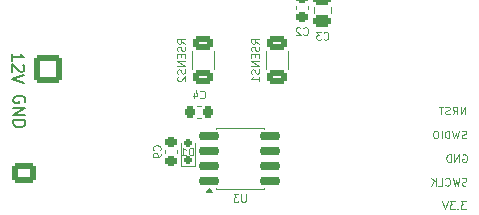
<source format=gbo>
%TF.GenerationSoftware,KiCad,Pcbnew,9.0.7*%
%TF.CreationDate,2026-01-27T18:23:45+01:00*%
%TF.ProjectId,NEMA17_FOC_Driver,4e454d41-3137-45f4-964f-435f44726976,rev?*%
%TF.SameCoordinates,Original*%
%TF.FileFunction,Legend,Bot*%
%TF.FilePolarity,Positive*%
%FSLAX46Y46*%
G04 Gerber Fmt 4.6, Leading zero omitted, Abs format (unit mm)*
G04 Created by KiCad (PCBNEW 9.0.7) date 2026-01-27 18:23:45*
%MOMM*%
%LPD*%
G01*
G04 APERTURE LIST*
G04 Aperture macros list*
%AMRoundRect*
0 Rectangle with rounded corners*
0 $1 Rounding radius*
0 $2 $3 $4 $5 $6 $7 $8 $9 X,Y pos of 4 corners*
0 Add a 4 corners polygon primitive as box body*
4,1,4,$2,$3,$4,$5,$6,$7,$8,$9,$2,$3,0*
0 Add four circle primitives for the rounded corners*
1,1,$1+$1,$2,$3*
1,1,$1+$1,$4,$5*
1,1,$1+$1,$6,$7*
1,1,$1+$1,$8,$9*
0 Add four rect primitives between the rounded corners*
20,1,$1+$1,$2,$3,$4,$5,0*
20,1,$1+$1,$4,$5,$6,$7,0*
20,1,$1+$1,$6,$7,$8,$9,0*
20,1,$1+$1,$8,$9,$2,$3,0*%
G04 Aperture macros list end*
%ADD10C,0.150000*%
%ADD11C,0.100000*%
%ADD12C,3.600000*%
%ADD13C,5.600000*%
%ADD14RoundRect,0.250000X-0.750000X0.600000X-0.750000X-0.600000X0.750000X-0.600000X0.750000X0.600000X0*%
%ADD15O,2.000000X1.700000*%
%ADD16RoundRect,0.250001X-0.949999X0.949999X-0.949999X-0.949999X0.949999X-0.949999X0.949999X0.949999X0*%
%ADD17C,2.400000*%
%ADD18RoundRect,0.150000X-0.725000X-0.150000X0.725000X-0.150000X0.725000X0.150000X-0.725000X0.150000X0*%
%ADD19RoundRect,0.225000X-0.250000X0.225000X-0.250000X-0.225000X0.250000X-0.225000X0.250000X0.225000X0*%
%ADD20RoundRect,0.250000X-0.625000X0.312500X-0.625000X-0.312500X0.625000X-0.312500X0.625000X0.312500X0*%
%ADD21RoundRect,0.225000X0.250000X-0.225000X0.250000X0.225000X-0.250000X0.225000X-0.250000X-0.225000X0*%
%ADD22RoundRect,0.150000X-0.200000X0.150000X-0.200000X-0.150000X0.200000X-0.150000X0.200000X0.150000X0*%
%ADD23RoundRect,0.250001X-0.949999X-0.949999X0.949999X-0.949999X0.949999X0.949999X-0.949999X0.949999X0*%
%ADD24RoundRect,0.225000X0.225000X0.250000X-0.225000X0.250000X-0.225000X-0.250000X0.225000X-0.250000X0*%
%ADD25RoundRect,0.250000X-0.475000X0.250000X-0.475000X-0.250000X0.475000X-0.250000X0.475000X0.250000X0*%
G04 APERTURE END LIST*
D10*
X147282561Y-69760588D02*
X147330180Y-69665350D01*
X147330180Y-69665350D02*
X147330180Y-69522493D01*
X147330180Y-69522493D02*
X147282561Y-69379636D01*
X147282561Y-69379636D02*
X147187323Y-69284398D01*
X147187323Y-69284398D02*
X147092085Y-69236779D01*
X147092085Y-69236779D02*
X146901609Y-69189160D01*
X146901609Y-69189160D02*
X146758752Y-69189160D01*
X146758752Y-69189160D02*
X146568276Y-69236779D01*
X146568276Y-69236779D02*
X146473038Y-69284398D01*
X146473038Y-69284398D02*
X146377800Y-69379636D01*
X146377800Y-69379636D02*
X146330180Y-69522493D01*
X146330180Y-69522493D02*
X146330180Y-69617731D01*
X146330180Y-69617731D02*
X146377800Y-69760588D01*
X146377800Y-69760588D02*
X146425419Y-69808207D01*
X146425419Y-69808207D02*
X146758752Y-69808207D01*
X146758752Y-69808207D02*
X146758752Y-69617731D01*
X146330180Y-70236779D02*
X147330180Y-70236779D01*
X147330180Y-70236779D02*
X146330180Y-70808207D01*
X146330180Y-70808207D02*
X147330180Y-70808207D01*
X146330180Y-71284398D02*
X147330180Y-71284398D01*
X147330180Y-71284398D02*
X147330180Y-71522493D01*
X147330180Y-71522493D02*
X147282561Y-71665350D01*
X147282561Y-71665350D02*
X147187323Y-71760588D01*
X147187323Y-71760588D02*
X147092085Y-71808207D01*
X147092085Y-71808207D02*
X146901609Y-71855826D01*
X146901609Y-71855826D02*
X146758752Y-71855826D01*
X146758752Y-71855826D02*
X146568276Y-71808207D01*
X146568276Y-71808207D02*
X146473038Y-71760588D01*
X146473038Y-71760588D02*
X146377800Y-71665350D01*
X146377800Y-71665350D02*
X146330180Y-71522493D01*
X146330180Y-71522493D02*
X146330180Y-71284398D01*
X146230180Y-66210588D02*
X146230180Y-65639160D01*
X146230180Y-65924874D02*
X147230180Y-65924874D01*
X147230180Y-65924874D02*
X147087323Y-65829636D01*
X147087323Y-65829636D02*
X146992085Y-65734398D01*
X146992085Y-65734398D02*
X146944466Y-65639160D01*
X147134942Y-66591541D02*
X147182561Y-66639160D01*
X147182561Y-66639160D02*
X147230180Y-66734398D01*
X147230180Y-66734398D02*
X147230180Y-66972493D01*
X147230180Y-66972493D02*
X147182561Y-67067731D01*
X147182561Y-67067731D02*
X147134942Y-67115350D01*
X147134942Y-67115350D02*
X147039704Y-67162969D01*
X147039704Y-67162969D02*
X146944466Y-67162969D01*
X146944466Y-67162969D02*
X146801609Y-67115350D01*
X146801609Y-67115350D02*
X146230180Y-66543922D01*
X146230180Y-66543922D02*
X146230180Y-67162969D01*
X147230180Y-67448684D02*
X146230180Y-67782017D01*
X146230180Y-67782017D02*
X147230180Y-68115350D01*
D11*
X184619925Y-78144028D02*
X184211353Y-78144028D01*
X184211353Y-78144028D02*
X184431353Y-78395457D01*
X184431353Y-78395457D02*
X184337068Y-78395457D01*
X184337068Y-78395457D02*
X184274211Y-78426885D01*
X184274211Y-78426885D02*
X184242782Y-78458314D01*
X184242782Y-78458314D02*
X184211353Y-78521171D01*
X184211353Y-78521171D02*
X184211353Y-78678314D01*
X184211353Y-78678314D02*
X184242782Y-78741171D01*
X184242782Y-78741171D02*
X184274211Y-78772600D01*
X184274211Y-78772600D02*
X184337068Y-78804028D01*
X184337068Y-78804028D02*
X184525639Y-78804028D01*
X184525639Y-78804028D02*
X184588496Y-78772600D01*
X184588496Y-78772600D02*
X184619925Y-78741171D01*
X183928497Y-78741171D02*
X183897068Y-78772600D01*
X183897068Y-78772600D02*
X183928497Y-78804028D01*
X183928497Y-78804028D02*
X183959925Y-78772600D01*
X183959925Y-78772600D02*
X183928497Y-78741171D01*
X183928497Y-78741171D02*
X183928497Y-78804028D01*
X183677068Y-78144028D02*
X183268496Y-78144028D01*
X183268496Y-78144028D02*
X183488496Y-78395457D01*
X183488496Y-78395457D02*
X183394211Y-78395457D01*
X183394211Y-78395457D02*
X183331354Y-78426885D01*
X183331354Y-78426885D02*
X183299925Y-78458314D01*
X183299925Y-78458314D02*
X183268496Y-78521171D01*
X183268496Y-78521171D02*
X183268496Y-78678314D01*
X183268496Y-78678314D02*
X183299925Y-78741171D01*
X183299925Y-78741171D02*
X183331354Y-78772600D01*
X183331354Y-78772600D02*
X183394211Y-78804028D01*
X183394211Y-78804028D02*
X183582782Y-78804028D01*
X183582782Y-78804028D02*
X183645639Y-78772600D01*
X183645639Y-78772600D02*
X183677068Y-78741171D01*
X183079925Y-78144028D02*
X182859925Y-78804028D01*
X182859925Y-78804028D02*
X182639925Y-78144028D01*
X184597068Y-70774028D02*
X184597068Y-70114028D01*
X184597068Y-70114028D02*
X184219925Y-70774028D01*
X184219925Y-70774028D02*
X184219925Y-70114028D01*
X183528496Y-70774028D02*
X183748496Y-70459742D01*
X183905639Y-70774028D02*
X183905639Y-70114028D01*
X183905639Y-70114028D02*
X183654210Y-70114028D01*
X183654210Y-70114028D02*
X183591353Y-70145457D01*
X183591353Y-70145457D02*
X183559924Y-70176885D01*
X183559924Y-70176885D02*
X183528496Y-70239742D01*
X183528496Y-70239742D02*
X183528496Y-70334028D01*
X183528496Y-70334028D02*
X183559924Y-70396885D01*
X183559924Y-70396885D02*
X183591353Y-70428314D01*
X183591353Y-70428314D02*
X183654210Y-70459742D01*
X183654210Y-70459742D02*
X183905639Y-70459742D01*
X183277067Y-70742600D02*
X183182782Y-70774028D01*
X183182782Y-70774028D02*
X183025639Y-70774028D01*
X183025639Y-70774028D02*
X182962782Y-70742600D01*
X182962782Y-70742600D02*
X182931353Y-70711171D01*
X182931353Y-70711171D02*
X182899924Y-70648314D01*
X182899924Y-70648314D02*
X182899924Y-70585457D01*
X182899924Y-70585457D02*
X182931353Y-70522600D01*
X182931353Y-70522600D02*
X182962782Y-70491171D01*
X182962782Y-70491171D02*
X183025639Y-70459742D01*
X183025639Y-70459742D02*
X183151353Y-70428314D01*
X183151353Y-70428314D02*
X183214210Y-70396885D01*
X183214210Y-70396885D02*
X183245639Y-70365457D01*
X183245639Y-70365457D02*
X183277067Y-70302600D01*
X183277067Y-70302600D02*
X183277067Y-70239742D01*
X183277067Y-70239742D02*
X183245639Y-70176885D01*
X183245639Y-70176885D02*
X183214210Y-70145457D01*
X183214210Y-70145457D02*
X183151353Y-70114028D01*
X183151353Y-70114028D02*
X182994210Y-70114028D01*
X182994210Y-70114028D02*
X182899924Y-70145457D01*
X182711353Y-70114028D02*
X182334211Y-70114028D01*
X182522782Y-70774028D02*
X182522782Y-70114028D01*
X184678496Y-76772600D02*
X184584211Y-76804028D01*
X184584211Y-76804028D02*
X184427068Y-76804028D01*
X184427068Y-76804028D02*
X184364211Y-76772600D01*
X184364211Y-76772600D02*
X184332782Y-76741171D01*
X184332782Y-76741171D02*
X184301353Y-76678314D01*
X184301353Y-76678314D02*
X184301353Y-76615457D01*
X184301353Y-76615457D02*
X184332782Y-76552600D01*
X184332782Y-76552600D02*
X184364211Y-76521171D01*
X184364211Y-76521171D02*
X184427068Y-76489742D01*
X184427068Y-76489742D02*
X184552782Y-76458314D01*
X184552782Y-76458314D02*
X184615639Y-76426885D01*
X184615639Y-76426885D02*
X184647068Y-76395457D01*
X184647068Y-76395457D02*
X184678496Y-76332600D01*
X184678496Y-76332600D02*
X184678496Y-76269742D01*
X184678496Y-76269742D02*
X184647068Y-76206885D01*
X184647068Y-76206885D02*
X184615639Y-76175457D01*
X184615639Y-76175457D02*
X184552782Y-76144028D01*
X184552782Y-76144028D02*
X184395639Y-76144028D01*
X184395639Y-76144028D02*
X184301353Y-76175457D01*
X184081354Y-76144028D02*
X183924211Y-76804028D01*
X183924211Y-76804028D02*
X183798497Y-76332600D01*
X183798497Y-76332600D02*
X183672782Y-76804028D01*
X183672782Y-76804028D02*
X183515640Y-76144028D01*
X182887068Y-76741171D02*
X182918496Y-76772600D01*
X182918496Y-76772600D02*
X183012782Y-76804028D01*
X183012782Y-76804028D02*
X183075639Y-76804028D01*
X183075639Y-76804028D02*
X183169925Y-76772600D01*
X183169925Y-76772600D02*
X183232782Y-76709742D01*
X183232782Y-76709742D02*
X183264211Y-76646885D01*
X183264211Y-76646885D02*
X183295639Y-76521171D01*
X183295639Y-76521171D02*
X183295639Y-76426885D01*
X183295639Y-76426885D02*
X183264211Y-76301171D01*
X183264211Y-76301171D02*
X183232782Y-76238314D01*
X183232782Y-76238314D02*
X183169925Y-76175457D01*
X183169925Y-76175457D02*
X183075639Y-76144028D01*
X183075639Y-76144028D02*
X183012782Y-76144028D01*
X183012782Y-76144028D02*
X182918496Y-76175457D01*
X182918496Y-76175457D02*
X182887068Y-76206885D01*
X182289925Y-76804028D02*
X182604211Y-76804028D01*
X182604211Y-76804028D02*
X182604211Y-76144028D01*
X182069925Y-76804028D02*
X182069925Y-76144028D01*
X181692782Y-76804028D02*
X181975639Y-76426885D01*
X181692782Y-76144028D02*
X182069925Y-76521171D01*
X184351353Y-74185457D02*
X184414211Y-74154028D01*
X184414211Y-74154028D02*
X184508496Y-74154028D01*
X184508496Y-74154028D02*
X184602782Y-74185457D01*
X184602782Y-74185457D02*
X184665639Y-74248314D01*
X184665639Y-74248314D02*
X184697068Y-74311171D01*
X184697068Y-74311171D02*
X184728496Y-74436885D01*
X184728496Y-74436885D02*
X184728496Y-74531171D01*
X184728496Y-74531171D02*
X184697068Y-74656885D01*
X184697068Y-74656885D02*
X184665639Y-74719742D01*
X184665639Y-74719742D02*
X184602782Y-74782600D01*
X184602782Y-74782600D02*
X184508496Y-74814028D01*
X184508496Y-74814028D02*
X184445639Y-74814028D01*
X184445639Y-74814028D02*
X184351353Y-74782600D01*
X184351353Y-74782600D02*
X184319925Y-74751171D01*
X184319925Y-74751171D02*
X184319925Y-74531171D01*
X184319925Y-74531171D02*
X184445639Y-74531171D01*
X184037068Y-74814028D02*
X184037068Y-74154028D01*
X184037068Y-74154028D02*
X183659925Y-74814028D01*
X183659925Y-74814028D02*
X183659925Y-74154028D01*
X183345639Y-74814028D02*
X183345639Y-74154028D01*
X183345639Y-74154028D02*
X183188496Y-74154028D01*
X183188496Y-74154028D02*
X183094210Y-74185457D01*
X183094210Y-74185457D02*
X183031353Y-74248314D01*
X183031353Y-74248314D02*
X182999924Y-74311171D01*
X182999924Y-74311171D02*
X182968496Y-74436885D01*
X182968496Y-74436885D02*
X182968496Y-74531171D01*
X182968496Y-74531171D02*
X182999924Y-74656885D01*
X182999924Y-74656885D02*
X183031353Y-74719742D01*
X183031353Y-74719742D02*
X183094210Y-74782600D01*
X183094210Y-74782600D02*
X183188496Y-74814028D01*
X183188496Y-74814028D02*
X183345639Y-74814028D01*
X184658496Y-72772600D02*
X184564211Y-72804028D01*
X184564211Y-72804028D02*
X184407068Y-72804028D01*
X184407068Y-72804028D02*
X184344211Y-72772600D01*
X184344211Y-72772600D02*
X184312782Y-72741171D01*
X184312782Y-72741171D02*
X184281353Y-72678314D01*
X184281353Y-72678314D02*
X184281353Y-72615457D01*
X184281353Y-72615457D02*
X184312782Y-72552600D01*
X184312782Y-72552600D02*
X184344211Y-72521171D01*
X184344211Y-72521171D02*
X184407068Y-72489742D01*
X184407068Y-72489742D02*
X184532782Y-72458314D01*
X184532782Y-72458314D02*
X184595639Y-72426885D01*
X184595639Y-72426885D02*
X184627068Y-72395457D01*
X184627068Y-72395457D02*
X184658496Y-72332600D01*
X184658496Y-72332600D02*
X184658496Y-72269742D01*
X184658496Y-72269742D02*
X184627068Y-72206885D01*
X184627068Y-72206885D02*
X184595639Y-72175457D01*
X184595639Y-72175457D02*
X184532782Y-72144028D01*
X184532782Y-72144028D02*
X184375639Y-72144028D01*
X184375639Y-72144028D02*
X184281353Y-72175457D01*
X184061354Y-72144028D02*
X183904211Y-72804028D01*
X183904211Y-72804028D02*
X183778497Y-72332600D01*
X183778497Y-72332600D02*
X183652782Y-72804028D01*
X183652782Y-72804028D02*
X183495640Y-72144028D01*
X183244211Y-72804028D02*
X183244211Y-72144028D01*
X183244211Y-72144028D02*
X183087068Y-72144028D01*
X183087068Y-72144028D02*
X182992782Y-72175457D01*
X182992782Y-72175457D02*
X182929925Y-72238314D01*
X182929925Y-72238314D02*
X182898496Y-72301171D01*
X182898496Y-72301171D02*
X182867068Y-72426885D01*
X182867068Y-72426885D02*
X182867068Y-72521171D01*
X182867068Y-72521171D02*
X182898496Y-72646885D01*
X182898496Y-72646885D02*
X182929925Y-72709742D01*
X182929925Y-72709742D02*
X182992782Y-72772600D01*
X182992782Y-72772600D02*
X183087068Y-72804028D01*
X183087068Y-72804028D02*
X183244211Y-72804028D01*
X182584211Y-72804028D02*
X182584211Y-72144028D01*
X182144210Y-72144028D02*
X182018496Y-72144028D01*
X182018496Y-72144028D02*
X181955639Y-72175457D01*
X181955639Y-72175457D02*
X181892782Y-72238314D01*
X181892782Y-72238314D02*
X181861353Y-72364028D01*
X181861353Y-72364028D02*
X181861353Y-72584028D01*
X181861353Y-72584028D02*
X181892782Y-72709742D01*
X181892782Y-72709742D02*
X181955639Y-72772600D01*
X181955639Y-72772600D02*
X182018496Y-72804028D01*
X182018496Y-72804028D02*
X182144210Y-72804028D01*
X182144210Y-72804028D02*
X182207068Y-72772600D01*
X182207068Y-72772600D02*
X182269925Y-72709742D01*
X182269925Y-72709742D02*
X182301353Y-72584028D01*
X182301353Y-72584028D02*
X182301353Y-72364028D01*
X182301353Y-72364028D02*
X182269925Y-72238314D01*
X182269925Y-72238314D02*
X182207068Y-72175457D01*
X182207068Y-72175457D02*
X182144210Y-72144028D01*
X166002857Y-77540128D02*
X166002857Y-78074414D01*
X166002857Y-78074414D02*
X165971428Y-78137271D01*
X165971428Y-78137271D02*
X165940000Y-78168700D01*
X165940000Y-78168700D02*
X165877142Y-78200128D01*
X165877142Y-78200128D02*
X165751428Y-78200128D01*
X165751428Y-78200128D02*
X165688571Y-78168700D01*
X165688571Y-78168700D02*
X165657142Y-78137271D01*
X165657142Y-78137271D02*
X165625714Y-78074414D01*
X165625714Y-78074414D02*
X165625714Y-77540128D01*
X165374285Y-77540128D02*
X164965713Y-77540128D01*
X164965713Y-77540128D02*
X165185713Y-77791557D01*
X165185713Y-77791557D02*
X165091428Y-77791557D01*
X165091428Y-77791557D02*
X165028571Y-77822985D01*
X165028571Y-77822985D02*
X164997142Y-77854414D01*
X164997142Y-77854414D02*
X164965713Y-77917271D01*
X164965713Y-77917271D02*
X164965713Y-78074414D01*
X164965713Y-78074414D02*
X164997142Y-78137271D01*
X164997142Y-78137271D02*
X165028571Y-78168700D01*
X165028571Y-78168700D02*
X165091428Y-78200128D01*
X165091428Y-78200128D02*
X165279999Y-78200128D01*
X165279999Y-78200128D02*
X165342856Y-78168700D01*
X165342856Y-78168700D02*
X165374285Y-78137271D01*
X170869999Y-63987271D02*
X170901427Y-64018700D01*
X170901427Y-64018700D02*
X170995713Y-64050128D01*
X170995713Y-64050128D02*
X171058570Y-64050128D01*
X171058570Y-64050128D02*
X171152856Y-64018700D01*
X171152856Y-64018700D02*
X171215713Y-63955842D01*
X171215713Y-63955842D02*
X171247142Y-63892985D01*
X171247142Y-63892985D02*
X171278570Y-63767271D01*
X171278570Y-63767271D02*
X171278570Y-63672985D01*
X171278570Y-63672985D02*
X171247142Y-63547271D01*
X171247142Y-63547271D02*
X171215713Y-63484414D01*
X171215713Y-63484414D02*
X171152856Y-63421557D01*
X171152856Y-63421557D02*
X171058570Y-63390128D01*
X171058570Y-63390128D02*
X170995713Y-63390128D01*
X170995713Y-63390128D02*
X170901427Y-63421557D01*
X170901427Y-63421557D02*
X170869999Y-63452985D01*
X170618570Y-63452985D02*
X170587142Y-63421557D01*
X170587142Y-63421557D02*
X170524285Y-63390128D01*
X170524285Y-63390128D02*
X170367142Y-63390128D01*
X170367142Y-63390128D02*
X170304285Y-63421557D01*
X170304285Y-63421557D02*
X170272856Y-63452985D01*
X170272856Y-63452985D02*
X170241427Y-63515842D01*
X170241427Y-63515842D02*
X170241427Y-63578700D01*
X170241427Y-63578700D02*
X170272856Y-63672985D01*
X170272856Y-63672985D02*
X170649999Y-64050128D01*
X170649999Y-64050128D02*
X170241427Y-64050128D01*
X167120128Y-64777143D02*
X166805842Y-64557143D01*
X167120128Y-64400000D02*
X166460128Y-64400000D01*
X166460128Y-64400000D02*
X166460128Y-64651429D01*
X166460128Y-64651429D02*
X166491557Y-64714286D01*
X166491557Y-64714286D02*
X166522985Y-64745715D01*
X166522985Y-64745715D02*
X166585842Y-64777143D01*
X166585842Y-64777143D02*
X166680128Y-64777143D01*
X166680128Y-64777143D02*
X166742985Y-64745715D01*
X166742985Y-64745715D02*
X166774414Y-64714286D01*
X166774414Y-64714286D02*
X166805842Y-64651429D01*
X166805842Y-64651429D02*
X166805842Y-64400000D01*
X167088700Y-65028572D02*
X167120128Y-65122858D01*
X167120128Y-65122858D02*
X167120128Y-65280000D01*
X167120128Y-65280000D02*
X167088700Y-65342858D01*
X167088700Y-65342858D02*
X167057271Y-65374286D01*
X167057271Y-65374286D02*
X166994414Y-65405715D01*
X166994414Y-65405715D02*
X166931557Y-65405715D01*
X166931557Y-65405715D02*
X166868700Y-65374286D01*
X166868700Y-65374286D02*
X166837271Y-65342858D01*
X166837271Y-65342858D02*
X166805842Y-65280000D01*
X166805842Y-65280000D02*
X166774414Y-65154286D01*
X166774414Y-65154286D02*
X166742985Y-65091429D01*
X166742985Y-65091429D02*
X166711557Y-65060000D01*
X166711557Y-65060000D02*
X166648700Y-65028572D01*
X166648700Y-65028572D02*
X166585842Y-65028572D01*
X166585842Y-65028572D02*
X166522985Y-65060000D01*
X166522985Y-65060000D02*
X166491557Y-65091429D01*
X166491557Y-65091429D02*
X166460128Y-65154286D01*
X166460128Y-65154286D02*
X166460128Y-65311429D01*
X166460128Y-65311429D02*
X166491557Y-65405715D01*
X166774414Y-65688571D02*
X166774414Y-65908571D01*
X167120128Y-66002857D02*
X167120128Y-65688571D01*
X167120128Y-65688571D02*
X166460128Y-65688571D01*
X166460128Y-65688571D02*
X166460128Y-66002857D01*
X167120128Y-66285714D02*
X166460128Y-66285714D01*
X166460128Y-66285714D02*
X167120128Y-66662857D01*
X167120128Y-66662857D02*
X166460128Y-66662857D01*
X167088700Y-66945715D02*
X167120128Y-67040001D01*
X167120128Y-67040001D02*
X167120128Y-67197143D01*
X167120128Y-67197143D02*
X167088700Y-67260001D01*
X167088700Y-67260001D02*
X167057271Y-67291429D01*
X167057271Y-67291429D02*
X166994414Y-67322858D01*
X166994414Y-67322858D02*
X166931557Y-67322858D01*
X166931557Y-67322858D02*
X166868700Y-67291429D01*
X166868700Y-67291429D02*
X166837271Y-67260001D01*
X166837271Y-67260001D02*
X166805842Y-67197143D01*
X166805842Y-67197143D02*
X166774414Y-67071429D01*
X166774414Y-67071429D02*
X166742985Y-67008572D01*
X166742985Y-67008572D02*
X166711557Y-66977143D01*
X166711557Y-66977143D02*
X166648700Y-66945715D01*
X166648700Y-66945715D02*
X166585842Y-66945715D01*
X166585842Y-66945715D02*
X166522985Y-66977143D01*
X166522985Y-66977143D02*
X166491557Y-67008572D01*
X166491557Y-67008572D02*
X166460128Y-67071429D01*
X166460128Y-67071429D02*
X166460128Y-67228572D01*
X166460128Y-67228572D02*
X166491557Y-67322858D01*
X167120128Y-67951429D02*
X167120128Y-67574286D01*
X167120128Y-67762857D02*
X166460128Y-67762857D01*
X166460128Y-67762857D02*
X166554414Y-67700000D01*
X166554414Y-67700000D02*
X166617271Y-67637143D01*
X166617271Y-67637143D02*
X166648700Y-67574286D01*
X158727271Y-73790000D02*
X158758700Y-73758572D01*
X158758700Y-73758572D02*
X158790128Y-73664286D01*
X158790128Y-73664286D02*
X158790128Y-73601429D01*
X158790128Y-73601429D02*
X158758700Y-73507143D01*
X158758700Y-73507143D02*
X158695842Y-73444286D01*
X158695842Y-73444286D02*
X158632985Y-73412857D01*
X158632985Y-73412857D02*
X158507271Y-73381429D01*
X158507271Y-73381429D02*
X158412985Y-73381429D01*
X158412985Y-73381429D02*
X158287271Y-73412857D01*
X158287271Y-73412857D02*
X158224414Y-73444286D01*
X158224414Y-73444286D02*
X158161557Y-73507143D01*
X158161557Y-73507143D02*
X158130128Y-73601429D01*
X158130128Y-73601429D02*
X158130128Y-73664286D01*
X158130128Y-73664286D02*
X158161557Y-73758572D01*
X158161557Y-73758572D02*
X158192985Y-73790000D01*
X158790128Y-74104286D02*
X158790128Y-74230000D01*
X158790128Y-74230000D02*
X158758700Y-74292857D01*
X158758700Y-74292857D02*
X158727271Y-74324286D01*
X158727271Y-74324286D02*
X158632985Y-74387143D01*
X158632985Y-74387143D02*
X158507271Y-74418572D01*
X158507271Y-74418572D02*
X158255842Y-74418572D01*
X158255842Y-74418572D02*
X158192985Y-74387143D01*
X158192985Y-74387143D02*
X158161557Y-74355715D01*
X158161557Y-74355715D02*
X158130128Y-74292857D01*
X158130128Y-74292857D02*
X158130128Y-74167143D01*
X158130128Y-74167143D02*
X158161557Y-74104286D01*
X158161557Y-74104286D02*
X158192985Y-74072857D01*
X158192985Y-74072857D02*
X158255842Y-74041429D01*
X158255842Y-74041429D02*
X158412985Y-74041429D01*
X158412985Y-74041429D02*
X158475842Y-74072857D01*
X158475842Y-74072857D02*
X158507271Y-74104286D01*
X158507271Y-74104286D02*
X158538700Y-74167143D01*
X158538700Y-74167143D02*
X158538700Y-74292857D01*
X158538700Y-74292857D02*
X158507271Y-74355715D01*
X158507271Y-74355715D02*
X158475842Y-74387143D01*
X158475842Y-74387143D02*
X158412985Y-74418572D01*
X161527142Y-74240128D02*
X161527142Y-73580128D01*
X161527142Y-73580128D02*
X161369999Y-73580128D01*
X161369999Y-73580128D02*
X161275713Y-73611557D01*
X161275713Y-73611557D02*
X161212856Y-73674414D01*
X161212856Y-73674414D02*
X161181427Y-73737271D01*
X161181427Y-73737271D02*
X161149999Y-73862985D01*
X161149999Y-73862985D02*
X161149999Y-73957271D01*
X161149999Y-73957271D02*
X161181427Y-74082985D01*
X161181427Y-74082985D02*
X161212856Y-74145842D01*
X161212856Y-74145842D02*
X161275713Y-74208700D01*
X161275713Y-74208700D02*
X161369999Y-74240128D01*
X161369999Y-74240128D02*
X161527142Y-74240128D01*
X160521427Y-74240128D02*
X160898570Y-74240128D01*
X160709999Y-74240128D02*
X160709999Y-73580128D01*
X160709999Y-73580128D02*
X160772856Y-73674414D01*
X160772856Y-73674414D02*
X160835713Y-73737271D01*
X160835713Y-73737271D02*
X160898570Y-73768700D01*
X160850128Y-64777143D02*
X160535842Y-64557143D01*
X160850128Y-64400000D02*
X160190128Y-64400000D01*
X160190128Y-64400000D02*
X160190128Y-64651429D01*
X160190128Y-64651429D02*
X160221557Y-64714286D01*
X160221557Y-64714286D02*
X160252985Y-64745715D01*
X160252985Y-64745715D02*
X160315842Y-64777143D01*
X160315842Y-64777143D02*
X160410128Y-64777143D01*
X160410128Y-64777143D02*
X160472985Y-64745715D01*
X160472985Y-64745715D02*
X160504414Y-64714286D01*
X160504414Y-64714286D02*
X160535842Y-64651429D01*
X160535842Y-64651429D02*
X160535842Y-64400000D01*
X160818700Y-65028572D02*
X160850128Y-65122858D01*
X160850128Y-65122858D02*
X160850128Y-65280000D01*
X160850128Y-65280000D02*
X160818700Y-65342858D01*
X160818700Y-65342858D02*
X160787271Y-65374286D01*
X160787271Y-65374286D02*
X160724414Y-65405715D01*
X160724414Y-65405715D02*
X160661557Y-65405715D01*
X160661557Y-65405715D02*
X160598700Y-65374286D01*
X160598700Y-65374286D02*
X160567271Y-65342858D01*
X160567271Y-65342858D02*
X160535842Y-65280000D01*
X160535842Y-65280000D02*
X160504414Y-65154286D01*
X160504414Y-65154286D02*
X160472985Y-65091429D01*
X160472985Y-65091429D02*
X160441557Y-65060000D01*
X160441557Y-65060000D02*
X160378700Y-65028572D01*
X160378700Y-65028572D02*
X160315842Y-65028572D01*
X160315842Y-65028572D02*
X160252985Y-65060000D01*
X160252985Y-65060000D02*
X160221557Y-65091429D01*
X160221557Y-65091429D02*
X160190128Y-65154286D01*
X160190128Y-65154286D02*
X160190128Y-65311429D01*
X160190128Y-65311429D02*
X160221557Y-65405715D01*
X160504414Y-65688571D02*
X160504414Y-65908571D01*
X160850128Y-66002857D02*
X160850128Y-65688571D01*
X160850128Y-65688571D02*
X160190128Y-65688571D01*
X160190128Y-65688571D02*
X160190128Y-66002857D01*
X160850128Y-66285714D02*
X160190128Y-66285714D01*
X160190128Y-66285714D02*
X160850128Y-66662857D01*
X160850128Y-66662857D02*
X160190128Y-66662857D01*
X160818700Y-66945715D02*
X160850128Y-67040001D01*
X160850128Y-67040001D02*
X160850128Y-67197143D01*
X160850128Y-67197143D02*
X160818700Y-67260001D01*
X160818700Y-67260001D02*
X160787271Y-67291429D01*
X160787271Y-67291429D02*
X160724414Y-67322858D01*
X160724414Y-67322858D02*
X160661557Y-67322858D01*
X160661557Y-67322858D02*
X160598700Y-67291429D01*
X160598700Y-67291429D02*
X160567271Y-67260001D01*
X160567271Y-67260001D02*
X160535842Y-67197143D01*
X160535842Y-67197143D02*
X160504414Y-67071429D01*
X160504414Y-67071429D02*
X160472985Y-67008572D01*
X160472985Y-67008572D02*
X160441557Y-66977143D01*
X160441557Y-66977143D02*
X160378700Y-66945715D01*
X160378700Y-66945715D02*
X160315842Y-66945715D01*
X160315842Y-66945715D02*
X160252985Y-66977143D01*
X160252985Y-66977143D02*
X160221557Y-67008572D01*
X160221557Y-67008572D02*
X160190128Y-67071429D01*
X160190128Y-67071429D02*
X160190128Y-67228572D01*
X160190128Y-67228572D02*
X160221557Y-67322858D01*
X160252985Y-67574286D02*
X160221557Y-67605714D01*
X160221557Y-67605714D02*
X160190128Y-67668572D01*
X160190128Y-67668572D02*
X160190128Y-67825714D01*
X160190128Y-67825714D02*
X160221557Y-67888572D01*
X160221557Y-67888572D02*
X160252985Y-67920000D01*
X160252985Y-67920000D02*
X160315842Y-67951429D01*
X160315842Y-67951429D02*
X160378700Y-67951429D01*
X160378700Y-67951429D02*
X160472985Y-67920000D01*
X160472985Y-67920000D02*
X160850128Y-67542857D01*
X160850128Y-67542857D02*
X160850128Y-67951429D01*
X162159999Y-69347271D02*
X162191427Y-69378700D01*
X162191427Y-69378700D02*
X162285713Y-69410128D01*
X162285713Y-69410128D02*
X162348570Y-69410128D01*
X162348570Y-69410128D02*
X162442856Y-69378700D01*
X162442856Y-69378700D02*
X162505713Y-69315842D01*
X162505713Y-69315842D02*
X162537142Y-69252985D01*
X162537142Y-69252985D02*
X162568570Y-69127271D01*
X162568570Y-69127271D02*
X162568570Y-69032985D01*
X162568570Y-69032985D02*
X162537142Y-68907271D01*
X162537142Y-68907271D02*
X162505713Y-68844414D01*
X162505713Y-68844414D02*
X162442856Y-68781557D01*
X162442856Y-68781557D02*
X162348570Y-68750128D01*
X162348570Y-68750128D02*
X162285713Y-68750128D01*
X162285713Y-68750128D02*
X162191427Y-68781557D01*
X162191427Y-68781557D02*
X162159999Y-68812985D01*
X161594285Y-68970128D02*
X161594285Y-69410128D01*
X161751427Y-68718700D02*
X161908570Y-69190128D01*
X161908570Y-69190128D02*
X161499999Y-69190128D01*
X172589999Y-64377271D02*
X172621427Y-64408700D01*
X172621427Y-64408700D02*
X172715713Y-64440128D01*
X172715713Y-64440128D02*
X172778570Y-64440128D01*
X172778570Y-64440128D02*
X172872856Y-64408700D01*
X172872856Y-64408700D02*
X172935713Y-64345842D01*
X172935713Y-64345842D02*
X172967142Y-64282985D01*
X172967142Y-64282985D02*
X172998570Y-64157271D01*
X172998570Y-64157271D02*
X172998570Y-64062985D01*
X172998570Y-64062985D02*
X172967142Y-63937271D01*
X172967142Y-63937271D02*
X172935713Y-63874414D01*
X172935713Y-63874414D02*
X172872856Y-63811557D01*
X172872856Y-63811557D02*
X172778570Y-63780128D01*
X172778570Y-63780128D02*
X172715713Y-63780128D01*
X172715713Y-63780128D02*
X172621427Y-63811557D01*
X172621427Y-63811557D02*
X172589999Y-63842985D01*
X172369999Y-63780128D02*
X171961427Y-63780128D01*
X171961427Y-63780128D02*
X172181427Y-64031557D01*
X172181427Y-64031557D02*
X172087142Y-64031557D01*
X172087142Y-64031557D02*
X172024285Y-64062985D01*
X172024285Y-64062985D02*
X171992856Y-64094414D01*
X171992856Y-64094414D02*
X171961427Y-64157271D01*
X171961427Y-64157271D02*
X171961427Y-64314414D01*
X171961427Y-64314414D02*
X171992856Y-64377271D01*
X171992856Y-64377271D02*
X172024285Y-64408700D01*
X172024285Y-64408700D02*
X172087142Y-64440128D01*
X172087142Y-64440128D02*
X172275713Y-64440128D01*
X172275713Y-64440128D02*
X172338570Y-64408700D01*
X172338570Y-64408700D02*
X172369999Y-64377271D01*
%TO.C,U3*%
X163440000Y-71940000D02*
X163440000Y-72035000D01*
X163440000Y-76965000D02*
X163440000Y-77060000D01*
X163440000Y-77060000D02*
X167560000Y-77060000D01*
X167560000Y-71940000D02*
X163440000Y-71940000D01*
X167560000Y-72035000D02*
X167560000Y-71940000D01*
X167560000Y-77060000D02*
X167560000Y-76965000D01*
X163140000Y-77300000D02*
X162660000Y-77300000D01*
X162900000Y-76970000D01*
X163140000Y-77300000D01*
G36*
X163140000Y-77300000D02*
G01*
X162660000Y-77300000D01*
X162900000Y-76970000D01*
X163140000Y-77300000D01*
G37*
%TO.C,C2*%
X170250000Y-61589420D02*
X170250000Y-61870580D01*
X171270000Y-61589420D02*
X171270000Y-61870580D01*
%TO.C,RSENS1*%
X167740000Y-65432936D02*
X167740000Y-66887064D01*
X169560000Y-65432936D02*
X169560000Y-66887064D01*
%TO.C,C9*%
X159120000Y-74040580D02*
X159120000Y-73759420D01*
X160140000Y-74040580D02*
X160140000Y-73759420D01*
%TO.C,D1*%
X160500000Y-73200000D02*
X160500000Y-75160000D01*
X161700000Y-73200000D02*
X161700000Y-75160000D01*
X161700000Y-75160000D02*
X160500000Y-75160000D01*
%TO.C,RSENS2*%
X161470000Y-65432936D02*
X161470000Y-66887064D01*
X163290000Y-65432936D02*
X163290000Y-66887064D01*
%TO.C,C4*%
X162190580Y-70030000D02*
X161909420Y-70030000D01*
X162190580Y-71050000D02*
X161909420Y-71050000D01*
%TO.C,C3*%
X171755000Y-61688748D02*
X171755000Y-62211252D01*
X173225000Y-61688748D02*
X173225000Y-62211252D01*
%TD*%
%LPC*%
D12*
%TO.C,REF\u002A\u002A*%
X150000000Y-59000000D03*
D13*
X150000000Y-59000000D03*
%TD*%
D12*
%TO.C,REF\u002A\u002A*%
X150000000Y-90000000D03*
D13*
X150000000Y-90000000D03*
%TD*%
D12*
%TO.C,REF\u002A\u002A*%
X181000000Y-59000000D03*
D13*
X181000000Y-59000000D03*
%TD*%
D14*
%TO.C,J2*%
X147240000Y-75750000D03*
D15*
X147240000Y-78250000D03*
%TD*%
D16*
%TO.C,J1*%
X149222500Y-66920000D03*
D17*
X149222500Y-70420000D03*
%TD*%
D12*
%TO.C,REF\u002A\u002A*%
X181000000Y-90000000D03*
D13*
X181000000Y-90000000D03*
%TD*%
D18*
%TO.C,U3*%
X162925000Y-76405000D03*
X162925000Y-75135000D03*
X162925000Y-73865000D03*
X162925000Y-72595000D03*
X168075000Y-72595000D03*
X168075000Y-73865000D03*
X168075000Y-75135000D03*
X168075000Y-76405000D03*
%TD*%
D19*
%TO.C,C2*%
X170760000Y-60955000D03*
X170760000Y-62505000D03*
%TD*%
D20*
%TO.C,RSENS1*%
X168650000Y-64697500D03*
X168650000Y-67622500D03*
%TD*%
D21*
%TO.C,C9*%
X159630000Y-74675000D03*
X159630000Y-73125000D03*
%TD*%
D22*
%TO.C,D1*%
X161100000Y-74600000D03*
X161100000Y-73200000D03*
%TD*%
D20*
%TO.C,RSENS2*%
X162380000Y-64697500D03*
X162380000Y-67622500D03*
%TD*%
D23*
%TO.C,MotorConn1*%
X170720000Y-58200000D03*
D17*
X167220000Y-58200000D03*
X163720000Y-58200000D03*
X160220000Y-58200000D03*
%TD*%
D24*
%TO.C,C4*%
X162825000Y-70540000D03*
X161275000Y-70540000D03*
%TD*%
D25*
%TO.C,C3*%
X172490000Y-61000000D03*
X172490000Y-62900000D03*
%TD*%
%LPD*%
M02*

</source>
